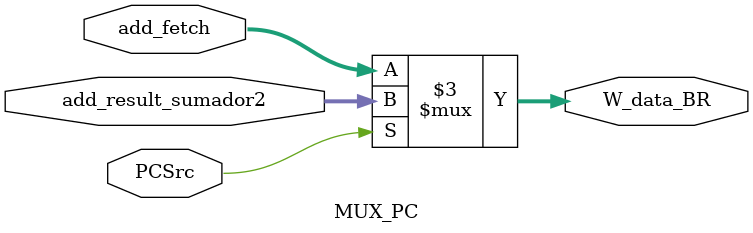
<source format=v>
module MUX_PC (
	input [31:0] add_fetch,
	input [31:0] add_result_sumador2,
	input PCSrc,
	output reg [31:0] W_data_BR
);

always @* begin
	if (PCSrc) begin
		W_data_BR <= add_result_sumador2;
	end
	else begin
		W_data_BR <= add_fetch;
	end
end

endmodule


</source>
